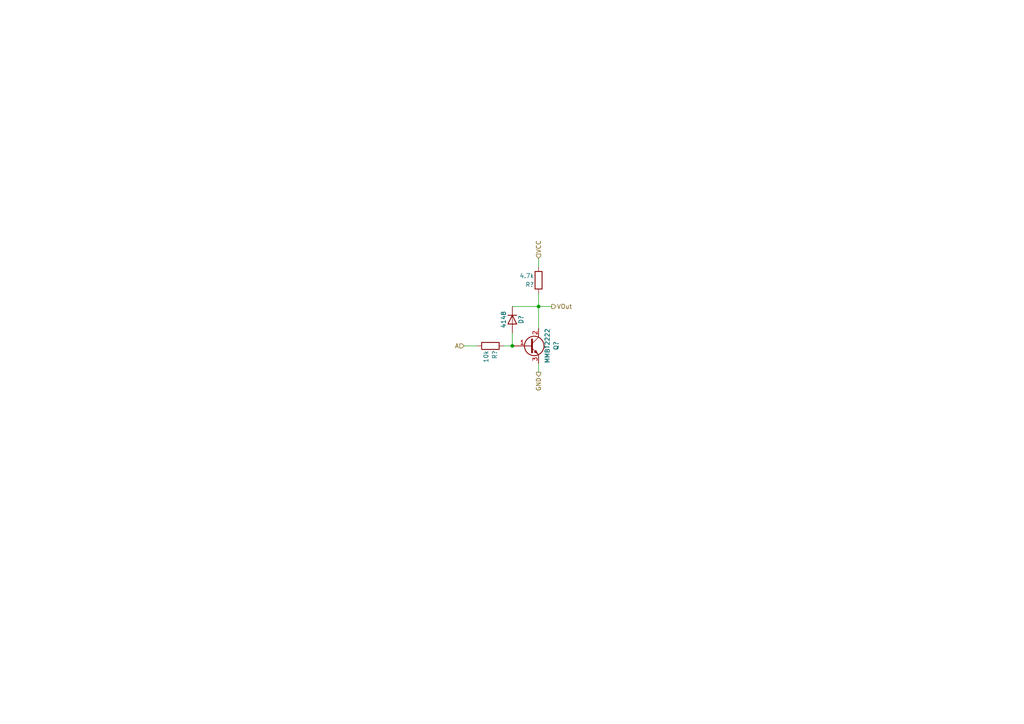
<source format=kicad_sch>
(kicad_sch (version 20211123) (generator eeschema)
  (paper "A4")
  (lib_symbols
    (symbol "Device:D" (pin_numbers hide) (pin_names (offset 1.016) hide)
      (property "Reference" "D" (at 0 2.54 0))
      (property "Value" "D" (at 0 -2.54 0))
      (symbol "D_0_1"
        (polyline (pts (xy -1.27 1.27) (xy -1.27 -1.27)) (stroke (width 0.254)))
        (polyline (pts (xy 1.27 0) (xy -1.27 0)))
        (polyline (pts (xy 1.27 1.27) (xy 1.27 -1.27) (xy -1.27 0) (xy 1.27 1.27)) (stroke (width 0.254)))
      )
      (symbol "D_1_1"
        (pin passive line (at -3.81 0 0) (length 2.54) (name "K") (number "1"))
        (pin passive line (at 3.81 0 180) (length 2.54) (name "A") (number "2"))
      )
    )
    (symbol "Device:Q_NPN_BCE" (pin_names (offset 0) hide)
      (property "Reference" "Q" (at 5.08 1.27 0))
      (property "Value" "Q_NPN_BCE" (at 5.08 -1.27 0))
      (symbol "Q_NPN_BCE_0_1"
        (polyline (pts (xy 0.635 0.635) (xy 2.54 2.54)))
        (polyline (pts (xy 0.635 -0.635) (xy 2.54 -2.54) (xy 2.54 -2.54)))
        (polyline (pts (xy 0.635 1.905) (xy 0.635 -1.905) (xy 0.635 -1.905)) (stroke (width 0.508)))
        (polyline (pts (xy 1.27 -1.778) (xy 1.778 -1.27) (xy 2.286 -2.286) (xy 1.27 -1.778) (xy 1.27 -1.778)) (fill (type outline)))
        (circle (center 1.27 0) (radius 2.8194) (stroke (width 0.254)))
      )
      (symbol "Q_NPN_BCE_1_1"
        (pin input line (at -5.08 0 0) (length 5.715) (name "B") (number "1"))
        (pin passive line (at 2.54 5.08 270) (length 2.54) (name "C") (number "2"))
        (pin passive line (at 2.54 -5.08 90) (length 2.54) (name "E") (number "3"))
      )
    )
    (symbol "Device:R" (pin_numbers hide) (pin_names (offset 0))
      (property "Reference" "R" (at 2.032 0 90))
      (property "Value" "R" (at 0 0 90))
      (symbol "R_0_1"
        (rectangle (start -1.016 -2.54) (end 1.016 2.54) (stroke (width 0.254)))
      )
      (symbol "R_1_1"
        (pin passive line (at 0 3.81 270) (length 1.27) (name "~") (number "1"))
        (pin passive line (at 0 -3.81 90) (length 1.27) (name "~") (number "2"))
      )
    )
  )
  (junction (at 156.21 88.9))
  (junction (at 148.59 100.33))
  (wire (pts (xy 134.62 100.33) (xy 138.43 100.33)))
  (wire (pts (xy 148.59 88.9) (xy 156.21 88.9)))
  (wire (pts (xy 156.21 105.41) (xy 156.21 107.95)))
  (wire (pts (xy 156.21 74.93) (xy 156.21 77.47)))
  (wire (pts (xy 156.21 88.9) (xy 156.21 95.25)))
  (wire (pts (xy 156.21 88.9) (xy 160.02 88.9)))
  (wire (pts (xy 156.21 85.09) (xy 156.21 88.9)))
  (wire (pts (xy 146.05 100.33) (xy 148.59 100.33)))
  (wire (pts (xy 148.59 96.52) (xy 148.59 100.33)))
  (hierarchical_label "A" (shape input) (at 134.62 100.33 180))
  (hierarchical_label "VOut" (shape output) (at 160.02 88.9 0))
  (hierarchical_label "GND" (shape output) (at 156.21 107.95 270))
  (hierarchical_label "VCC" (shape input) (at 156.21 74.93 90))
  (symbol (lib_id "Device:R") (at 142.24 100.33 270) (unit 1)
    (property "Reference" "R?" (at 143.51 101.6 0) (effects (justify left)))
    (property "Value" "10k" (at 140.97 101.6 0) (effects (justify left)))
  )
  (symbol (lib_id "Device:R") (at 156.21 81.28 180) (unit 1)
    (property "Reference" "R?" (at 154.94 82.55 0) (effects (justify left)))
    (property "Value" "4.7k" (at 154.94 80.01 0) (effects (justify left)))
  )
  (symbol (lib_id "Device:Q_NPN_BCE") (at 153.67 100.33 0) (unit 1)
    (property "Reference" "Q?" (at 161.29 101.6 90) (effects (justify left)))
    (property "Value" "MMBT2222" (at 158.75 105.41 90) (effects (justify left)))
  )
  (symbol (lib_id "Device:D") (at 148.59 92.71 270) (unit 1)
    (property "Reference" "D?" (at 151.13 92.71 0))
    (property "Value" "4148" (at 146.05 92.71 0))
  )
)
</source>
